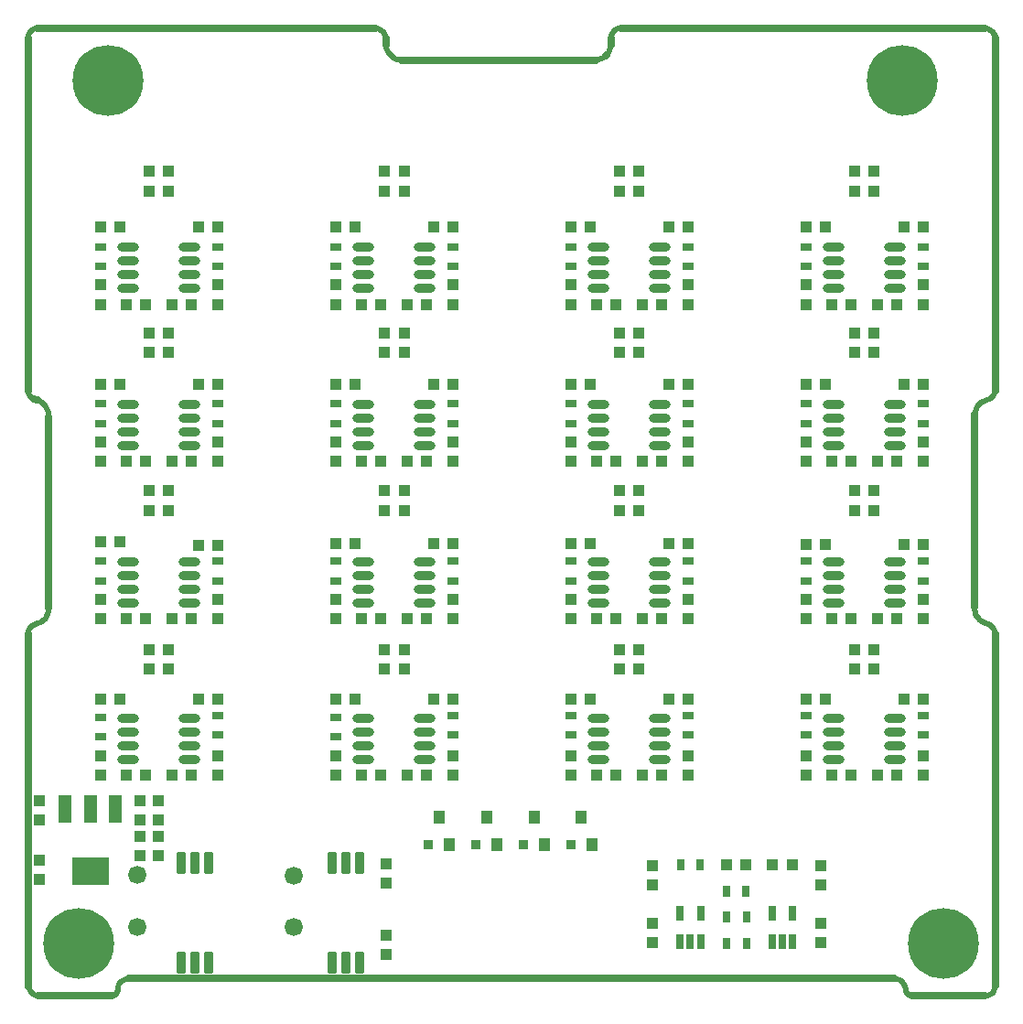
<source format=gbr>
G04*
G04 #@! TF.GenerationSoftware,Altium Limited,Altium Designer,24.1.2 (44)*
G04*
G04 Layer_Color=16711935*
%FSLAX44Y44*%
%MOMM*%
G71*
G04*
G04 #@! TF.SameCoordinates,FF60899B-E9A6-4C8F-AFAD-FD19F3B54CA5*
G04*
G04*
G04 #@! TF.FilePolarity,Negative*
G04*
G01*
G75*
%ADD17C,0.5000*%
%ADD27R,1.1032X1.0032*%
%ADD28R,0.8032X1.1032*%
%ADD29R,1.0032X1.1032*%
%ADD30R,1.1032X0.8032*%
%ADD32O,2.0032X0.8032*%
%ADD35C,0.7032*%
%ADD36C,1.6812*%
%ADD37C,6.5532*%
%ADD38C,1.7272*%
%ADD60R,0.9000X0.9500*%
%ADD68R,1.1032X1.1532*%
G04:AMPARAMS|DCode=69|XSize=2.1032mm|YSize=0.8032mm|CornerRadius=0.1766mm|HoleSize=0mm|Usage=FLASHONLY|Rotation=90.000|XOffset=0mm|YOffset=0mm|HoleType=Round|Shape=RoundedRectangle|*
%AMROUNDEDRECTD69*
21,1,2.1032,0.4500,0,0,90.0*
21,1,1.7500,0.8032,0,0,90.0*
1,1,0.3532,0.2250,0.8750*
1,1,0.3532,0.2250,-0.8750*
1,1,0.3532,-0.2250,-0.8750*
1,1,0.3532,-0.2250,0.8750*
%
%ADD69ROUNDEDRECTD69*%
%ADD70R,3.5032X2.6032*%
%ADD71R,1.2032X2.6032*%
%ADD72R,0.7724X1.3724*%
D17*
X551118Y897500D02*
X548732Y897186D01*
X546509Y896265D01*
X544600Y894800D01*
X889655Y553558D02*
X892332Y554464D01*
X894617Y556129D01*
X896300Y558400D01*
X331161Y894484D02*
X329028Y896120D01*
X326544Y897149D01*
X323879Y897500D01*
X897500Y337177D02*
X897167Y339703D01*
X896192Y342058D01*
X894641Y344080D01*
X7596Y345622D02*
X5741Y344308D01*
X4900Y5600D02*
X7092Y3918D01*
X9645Y2861D01*
X12384Y2500D01*
X890200Y553700D02*
X887351Y552827D01*
X884680Y551507D01*
X888102Y347176D02*
X891012Y346242D01*
X11436Y897500D02*
X9226Y897209D01*
X7168Y896356D01*
X5400Y895000D01*
X814500Y8253D02*
X814951Y5987D01*
X816235Y4065D01*
X14719Y348360D02*
X16734Y349771D01*
X18473Y351511D01*
X19884Y353526D01*
X20924Y355755D01*
X21560Y358131D01*
X21775Y360582D01*
X11389Y346841D02*
X7964Y345774D01*
X544600Y894800D02*
X543081Y892820D01*
X542126Y890514D01*
X541800Y888040D01*
X896252Y558235D02*
X897258Y560315D01*
X897600Y562600D01*
X882720Y350429D02*
X885220Y348486D01*
X888102Y347176D01*
X816235Y4065D02*
X818079Y2833D01*
X820255Y2400D01*
X5741Y344308D02*
X4035Y342084D01*
X2964Y339494D01*
X2600Y336715D01*
X95791Y18400D02*
X93172Y18055D01*
X90732Y17045D01*
X88637Y15437D01*
X537931Y872959D02*
X539574Y874961D01*
X540794Y877245D01*
X541546Y879723D01*
X541800Y882300D01*
X878354Y540657D02*
X878300Y539939D01*
X333600Y882498D02*
X333869Y879767D01*
X334665Y877141D01*
X335959Y874721D01*
X337700Y872600D01*
X879462Y355123D02*
X880530Y352932D01*
X882059Y351034D01*
X18917Y547489D02*
X17372Y549529D01*
X15468Y551239D01*
X13274Y552556D01*
X10870Y553433D01*
X811633Y15174D02*
X809344Y16925D01*
X806680Y18025D01*
X803823Y18400D01*
X895000Y894500D02*
X892879Y896128D01*
X890408Y897151D01*
X887757Y897500D01*
X880790Y547612D02*
X879691Y545401D01*
X878875Y543071D01*
X878354Y540657D01*
X21700Y537611D02*
X21528Y540202D01*
X20998Y542744D01*
X20123Y545189D01*
X18917Y547489D01*
X88637Y15437D02*
X86925Y13206D01*
X85849Y10608D01*
X85482Y7819D01*
X83952Y4128D02*
X85084Y5821D01*
X85482Y7819D01*
X885071Y551762D02*
X882761Y549861D01*
X880790Y547612D01*
X337700Y872600D02*
X339492Y871069D01*
X341502Y869837D01*
X343680Y868935D01*
X345973Y868385D01*
X348323Y868200D01*
X878300Y362200D02*
X878317Y359790D01*
X878707Y357412D01*
X879462Y355123D01*
X811642Y15166D02*
X811633Y15174D01*
X814500Y8253D02*
X814167Y10783D01*
X813193Y13140D01*
X811642Y15166D01*
X80023Y2500D02*
X82149Y2923D01*
X83952Y4128D01*
X527536Y868200D02*
X530191Y868461D01*
X532743Y869236D01*
X535095Y870493D01*
X537157Y872185D01*
X333600Y888596D02*
X333316Y890751D01*
X332484Y892759D01*
X331161Y894484D01*
X894641Y344080D02*
X892961Y345387D01*
X891012Y346242D01*
X2600Y561842D02*
X3167Y559509D01*
X4279Y557381D01*
X5868Y555583D01*
X7844Y554219D01*
X2600Y11153D02*
X3198Y8148D01*
X4900Y5600D01*
X897600Y888223D02*
X897298Y890520D01*
X896411Y892662D01*
X895000Y894500D01*
X5400Y895000D02*
X3885Y893027D01*
X2930Y890729D01*
X2600Y888263D01*
X894800Y5300D02*
X896265Y7209D01*
X897186Y9433D01*
X897500Y11818D01*
X887799Y2400D02*
X890361Y2737D01*
X892749Y3726D01*
X894800Y5300D01*
X11389Y346841D02*
X14719Y348360D01*
D27*
X522442Y277200D02*
D03*
X504441D02*
D03*
X504440Y568192D02*
D03*
X522440D02*
D03*
X286840D02*
D03*
X304840D02*
D03*
X377561D02*
D03*
X395561D02*
D03*
X722040Y713700D02*
D03*
X740040D02*
D03*
X830761D02*
D03*
X812761D02*
D03*
X595161D02*
D03*
X613161D02*
D03*
X504440D02*
D03*
X522440D02*
D03*
X546681Y206300D02*
D03*
X528681D02*
D03*
X830762Y277200D02*
D03*
X812763D02*
D03*
X806521Y206300D02*
D03*
X788521D02*
D03*
X746281D02*
D03*
X764281D02*
D03*
X740040Y277200D02*
D03*
X722040D02*
D03*
X830761Y420300D02*
D03*
X812761D02*
D03*
X740040D02*
D03*
X722040D02*
D03*
X746281Y351200D02*
D03*
X764281D02*
D03*
X806521D02*
D03*
X788521D02*
D03*
X740040Y568192D02*
D03*
X722040D02*
D03*
X746281Y496700D02*
D03*
X764281D02*
D03*
X806521D02*
D03*
X788521D02*
D03*
X830761Y568192D02*
D03*
X812761D02*
D03*
X746281Y642200D02*
D03*
X764281D02*
D03*
X806521D02*
D03*
X788521D02*
D03*
X588921Y206300D02*
D03*
X570921D02*
D03*
X613162Y277200D02*
D03*
X595163D02*
D03*
X522440Y421200D02*
D03*
X504440D02*
D03*
X528681Y351200D02*
D03*
X546681D02*
D03*
X588921D02*
D03*
X570921D02*
D03*
X613161Y421200D02*
D03*
X595161D02*
D03*
X528681Y496700D02*
D03*
X546681D02*
D03*
X588921D02*
D03*
X570921D02*
D03*
X613161Y568192D02*
D03*
X595161D02*
D03*
X528681Y642200D02*
D03*
X546681D02*
D03*
X588921D02*
D03*
X570921D02*
D03*
X304840Y277200D02*
D03*
X286840D02*
D03*
X311081Y206300D02*
D03*
X329081D02*
D03*
X371321D02*
D03*
X353321D02*
D03*
X395563Y277200D02*
D03*
X377562D02*
D03*
X304840Y421200D02*
D03*
X286840D02*
D03*
X311081Y351200D02*
D03*
X329081D02*
D03*
X371321D02*
D03*
X353321D02*
D03*
X395561Y421200D02*
D03*
X377561D02*
D03*
X311081Y496700D02*
D03*
X329081D02*
D03*
X371321D02*
D03*
X353321D02*
D03*
X304840Y713700D02*
D03*
X286840D02*
D03*
X311081Y642200D02*
D03*
X329081D02*
D03*
X371321D02*
D03*
X353321D02*
D03*
X395561Y713700D02*
D03*
X377561D02*
D03*
X709501Y123542D02*
D03*
X691501D02*
D03*
X666899D02*
D03*
X648899D02*
D03*
X177963Y277200D02*
D03*
X159963D02*
D03*
X93481Y206300D02*
D03*
X111481D02*
D03*
X153721D02*
D03*
X135721D02*
D03*
X69242Y277200D02*
D03*
X87242D02*
D03*
X177961Y418800D02*
D03*
X159961D02*
D03*
X153721Y351200D02*
D03*
X135721D02*
D03*
X93481D02*
D03*
X111481D02*
D03*
X87242Y422692D02*
D03*
X69242D02*
D03*
X177961Y568192D02*
D03*
X159961D02*
D03*
X177961Y713700D02*
D03*
X159961D02*
D03*
X87240Y568192D02*
D03*
X69240D02*
D03*
X153721Y496700D02*
D03*
X135721D02*
D03*
X93481D02*
D03*
X111481D02*
D03*
X153721Y642200D02*
D03*
X135721D02*
D03*
X93481D02*
D03*
X111481D02*
D03*
X87240Y713700D02*
D03*
X69240D02*
D03*
D28*
X667168Y50749D02*
D03*
X649009Y50750D02*
D03*
X667168Y75015D02*
D03*
X649009Y75017D02*
D03*
X648630Y99284D02*
D03*
X666789Y99283D02*
D03*
X606411Y123550D02*
D03*
X624570Y123549D02*
D03*
D29*
X504440Y642200D02*
D03*
Y660200D02*
D03*
X613161Y642200D02*
D03*
Y660200D02*
D03*
X177961Y206300D02*
D03*
Y224300D02*
D03*
X830761D02*
D03*
Y206300D02*
D03*
X722040Y224300D02*
D03*
Y206300D02*
D03*
X767200Y323000D02*
D03*
Y305000D02*
D03*
X785054D02*
D03*
Y323000D02*
D03*
X722040Y369200D02*
D03*
Y351200D02*
D03*
X830761Y369200D02*
D03*
Y351200D02*
D03*
X722040Y514700D02*
D03*
Y496700D02*
D03*
X767200Y451700D02*
D03*
Y469700D02*
D03*
X785054D02*
D03*
Y451700D02*
D03*
X830761Y514700D02*
D03*
Y496700D02*
D03*
X722040Y660200D02*
D03*
Y642200D02*
D03*
X785054Y597873D02*
D03*
Y615873D02*
D03*
X767200D02*
D03*
Y597873D02*
D03*
X830761Y660200D02*
D03*
Y642200D02*
D03*
X785054Y747173D02*
D03*
Y765173D02*
D03*
X767200D02*
D03*
Y747173D02*
D03*
X504440Y224300D02*
D03*
Y206300D02*
D03*
X613161Y224300D02*
D03*
Y206300D02*
D03*
X504440Y369200D02*
D03*
Y351200D02*
D03*
X550100Y323000D02*
D03*
Y305000D02*
D03*
X567800D02*
D03*
Y323000D02*
D03*
X613161Y369200D02*
D03*
Y351200D02*
D03*
X504440Y514700D02*
D03*
Y496700D02*
D03*
X567800Y469700D02*
D03*
Y451700D02*
D03*
X550100Y469700D02*
D03*
Y451700D02*
D03*
X613161Y514700D02*
D03*
Y496700D02*
D03*
X550100Y615873D02*
D03*
Y597873D02*
D03*
X567800D02*
D03*
Y615873D02*
D03*
Y747173D02*
D03*
Y765173D02*
D03*
X550100D02*
D03*
Y747173D02*
D03*
X286840Y224300D02*
D03*
Y206300D02*
D03*
X395561Y224300D02*
D03*
Y206300D02*
D03*
X350400Y305000D02*
D03*
Y323000D02*
D03*
X332200D02*
D03*
Y305000D02*
D03*
X286840Y369200D02*
D03*
Y351200D02*
D03*
X395561Y369200D02*
D03*
Y351200D02*
D03*
X332200Y451700D02*
D03*
Y469700D02*
D03*
X350400D02*
D03*
Y451700D02*
D03*
X286840Y514700D02*
D03*
Y496700D02*
D03*
X395561Y514700D02*
D03*
Y496700D02*
D03*
X350400Y597873D02*
D03*
Y615873D02*
D03*
X286840Y660200D02*
D03*
Y642200D02*
D03*
X332200Y615873D02*
D03*
Y597873D02*
D03*
X395561Y660200D02*
D03*
Y642200D02*
D03*
X332200Y765173D02*
D03*
Y747173D02*
D03*
X350400D02*
D03*
Y765173D02*
D03*
X736100Y51283D02*
D03*
Y69283D02*
D03*
Y105017D02*
D03*
Y123017D02*
D03*
X579900Y105017D02*
D03*
Y123017D02*
D03*
X333700Y40800D02*
D03*
Y58800D02*
D03*
Y124300D02*
D03*
Y106300D02*
D03*
X12800Y165000D02*
D03*
Y183000D02*
D03*
Y110000D02*
D03*
Y128000D02*
D03*
X106000Y132200D02*
D03*
Y150200D02*
D03*
X123100D02*
D03*
Y132200D02*
D03*
X106000Y183000D02*
D03*
Y165000D02*
D03*
X123100Y183000D02*
D03*
Y165000D02*
D03*
X69240Y206300D02*
D03*
Y224300D02*
D03*
X177961Y369200D02*
D03*
Y351200D02*
D03*
X132300Y305000D02*
D03*
Y323000D02*
D03*
X114500D02*
D03*
Y305000D02*
D03*
X69240Y369200D02*
D03*
Y351200D02*
D03*
X132300Y469700D02*
D03*
Y451700D02*
D03*
X114500D02*
D03*
Y469700D02*
D03*
X177961Y514700D02*
D03*
Y496700D02*
D03*
X69240Y514700D02*
D03*
Y496700D02*
D03*
X114500Y615873D02*
D03*
Y597873D02*
D03*
X132300D02*
D03*
Y615873D02*
D03*
X177961Y660200D02*
D03*
Y642200D02*
D03*
X69240Y660200D02*
D03*
Y642200D02*
D03*
X114500Y765173D02*
D03*
Y747173D02*
D03*
X132300D02*
D03*
Y765173D02*
D03*
X579900Y69283D02*
D03*
Y51283D02*
D03*
D30*
X504441Y261868D02*
D03*
X504440Y243709D02*
D03*
X504441Y695482D02*
D03*
X504440Y677323D02*
D03*
X613162Y695482D02*
D03*
X613161Y677323D02*
D03*
X286842Y404615D02*
D03*
X286840Y386456D02*
D03*
X830761Y243709D02*
D03*
X830762Y261868D02*
D03*
X722040Y243709D02*
D03*
X722041Y261868D02*
D03*
X722040Y386456D02*
D03*
X722041Y404615D02*
D03*
X830761Y386456D02*
D03*
X830762Y404615D02*
D03*
X722040Y531823D02*
D03*
X722041Y549982D02*
D03*
X830761Y531823D02*
D03*
X830762Y549982D02*
D03*
X722040Y677323D02*
D03*
X722041Y695482D02*
D03*
X830761Y677323D02*
D03*
X830762Y695482D02*
D03*
X613161Y243709D02*
D03*
X613162Y261868D02*
D03*
X504440Y386456D02*
D03*
X504441Y404615D02*
D03*
X613161Y386456D02*
D03*
X613162Y404615D02*
D03*
X504440Y531823D02*
D03*
X504441Y549982D02*
D03*
X613161Y531823D02*
D03*
X613162Y549982D02*
D03*
X286840Y241909D02*
D03*
X286842Y260068D02*
D03*
X395561Y243709D02*
D03*
X395563Y261868D02*
D03*
X395561Y386456D02*
D03*
X395563Y404615D02*
D03*
X286840Y531823D02*
D03*
X286842Y549982D02*
D03*
X395561Y531823D02*
D03*
X395563Y549982D02*
D03*
X286840Y677323D02*
D03*
X286842Y695482D02*
D03*
X395561Y677323D02*
D03*
X395563Y695482D02*
D03*
X177961Y243709D02*
D03*
X177963Y261868D02*
D03*
X69240Y241909D02*
D03*
X69242Y260068D02*
D03*
X177961Y386456D02*
D03*
X177963Y404615D02*
D03*
X69240Y386456D02*
D03*
X69242Y404615D02*
D03*
X177961Y531823D02*
D03*
X177963Y549982D02*
D03*
X177961Y677323D02*
D03*
X177963Y695482D02*
D03*
X69240Y531823D02*
D03*
X69242Y549982D02*
D03*
X69240Y677323D02*
D03*
X69242Y695482D02*
D03*
D32*
X804650Y259382D02*
D03*
Y246682D02*
D03*
Y233982D02*
D03*
Y221282D02*
D03*
X748150Y259382D02*
D03*
Y246682D02*
D03*
Y233982D02*
D03*
Y221282D02*
D03*
X804650Y404289D02*
D03*
Y391589D02*
D03*
Y378889D02*
D03*
Y366189D02*
D03*
X748150Y404289D02*
D03*
Y391589D02*
D03*
Y378889D02*
D03*
Y366189D02*
D03*
X804650Y549756D02*
D03*
Y537056D02*
D03*
Y524356D02*
D03*
Y511656D02*
D03*
X748150Y549756D02*
D03*
Y537056D02*
D03*
Y524356D02*
D03*
Y511656D02*
D03*
Y657122D02*
D03*
Y669822D02*
D03*
Y682522D02*
D03*
Y695222D02*
D03*
X804650Y657122D02*
D03*
Y669822D02*
D03*
Y682522D02*
D03*
Y695222D02*
D03*
X587050Y259382D02*
D03*
Y246682D02*
D03*
Y233982D02*
D03*
Y221282D02*
D03*
X530550Y259382D02*
D03*
Y246682D02*
D03*
Y233982D02*
D03*
Y221282D02*
D03*
X587050Y404289D02*
D03*
Y391589D02*
D03*
Y378889D02*
D03*
Y366189D02*
D03*
X530550Y404289D02*
D03*
Y391589D02*
D03*
Y378889D02*
D03*
Y366189D02*
D03*
X587050Y549756D02*
D03*
Y537056D02*
D03*
Y524356D02*
D03*
Y511656D02*
D03*
X530550Y549756D02*
D03*
Y537056D02*
D03*
Y524356D02*
D03*
Y511656D02*
D03*
X587050Y695222D02*
D03*
Y682522D02*
D03*
Y669822D02*
D03*
Y657122D02*
D03*
X530550Y695222D02*
D03*
Y682522D02*
D03*
Y669822D02*
D03*
Y657122D02*
D03*
X369450Y259382D02*
D03*
Y246682D02*
D03*
Y233982D02*
D03*
Y221282D02*
D03*
X312950Y259382D02*
D03*
Y246682D02*
D03*
Y233982D02*
D03*
Y221282D02*
D03*
X369450Y404289D02*
D03*
Y391589D02*
D03*
Y378889D02*
D03*
Y366189D02*
D03*
X312950Y404289D02*
D03*
Y391589D02*
D03*
Y378889D02*
D03*
Y366189D02*
D03*
X369450Y549756D02*
D03*
Y537056D02*
D03*
Y524356D02*
D03*
Y511656D02*
D03*
X312950Y549756D02*
D03*
Y537056D02*
D03*
Y524356D02*
D03*
Y511656D02*
D03*
X369450Y695222D02*
D03*
Y682522D02*
D03*
Y669822D02*
D03*
Y657122D02*
D03*
X312950Y695222D02*
D03*
Y682522D02*
D03*
Y669822D02*
D03*
Y657122D02*
D03*
X151850Y259382D02*
D03*
Y246682D02*
D03*
Y233982D02*
D03*
Y221282D02*
D03*
X95350Y259382D02*
D03*
Y246682D02*
D03*
Y233982D02*
D03*
Y221282D02*
D03*
X151850Y404289D02*
D03*
Y391589D02*
D03*
Y378889D02*
D03*
Y366189D02*
D03*
X95350Y404289D02*
D03*
Y391589D02*
D03*
Y378889D02*
D03*
Y366189D02*
D03*
X151850Y549756D02*
D03*
Y537056D02*
D03*
Y524356D02*
D03*
Y511656D02*
D03*
X95350Y549756D02*
D03*
Y537056D02*
D03*
Y524356D02*
D03*
Y511656D02*
D03*
X151850Y695222D02*
D03*
Y682522D02*
D03*
Y669822D02*
D03*
Y657122D02*
D03*
X95350Y695222D02*
D03*
Y682522D02*
D03*
Y669822D02*
D03*
Y657122D02*
D03*
D35*
X11436Y897500D02*
X323879D01*
X551118D02*
X887757D01*
X95791Y18400D02*
X803823D01*
X2600Y336715D02*
X2600Y11153D01*
X541800Y882300D02*
Y888040D01*
X537157Y872185D02*
X537931Y872959D01*
X7844Y554219D02*
X10846Y553440D01*
X12384Y2500D02*
X80023D01*
X878300Y362200D02*
Y539923D01*
X21700Y537611D02*
X21700Y362270D01*
X333600Y882498D02*
Y888596D01*
X897500Y11818D02*
Y337177D01*
X348323Y868200D02*
X527536D01*
X10846Y553440D02*
X10870Y553433D01*
X897600Y562600D02*
X897600Y888223D01*
X2600Y561842D02*
Y888263D01*
X820255Y2400D02*
X887799D01*
X878300Y539939D02*
X878300Y539923D01*
X21700Y362270D02*
X21751Y361407D01*
D36*
X103500Y114000D02*
D03*
Y66200D02*
D03*
X248500Y113800D02*
D03*
Y66200D02*
D03*
D37*
X849200Y50800D02*
D03*
X49100D02*
D03*
X811100Y849200D02*
D03*
X76200D02*
D03*
D38*
X849200Y27940D02*
D03*
X872060Y50800D02*
D03*
X849200Y73660D02*
D03*
X826340Y50800D02*
D03*
X833036Y34636D02*
D03*
X865365D02*
D03*
Y66965D02*
D03*
X833036D02*
D03*
X49100Y27940D02*
D03*
X71960Y50800D02*
D03*
X49100Y73660D02*
D03*
X26240Y50800D02*
D03*
X32936Y34636D02*
D03*
X65265D02*
D03*
Y66965D02*
D03*
X32936D02*
D03*
X811100Y826340D02*
D03*
X833960Y849200D02*
D03*
X811100Y872060D02*
D03*
X788240Y849200D02*
D03*
X794936Y833036D02*
D03*
X827264D02*
D03*
Y865365D02*
D03*
X794936D02*
D03*
X76200Y826340D02*
D03*
X99060Y849200D02*
D03*
X76200Y872060D02*
D03*
X53340Y849200D02*
D03*
X60036Y833036D02*
D03*
X92365D02*
D03*
Y865365D02*
D03*
X60036D02*
D03*
D60*
X505061Y142600D02*
D03*
X373061D02*
D03*
X461061D02*
D03*
X417061D02*
D03*
D68*
X514561Y167600D02*
D03*
X524061Y142600D02*
D03*
X392061D02*
D03*
X382561Y167600D02*
D03*
X470561D02*
D03*
X480061Y142600D02*
D03*
X436061D02*
D03*
X426561Y167600D02*
D03*
D69*
X309150Y125050D02*
D03*
X296450D02*
D03*
X283750D02*
D03*
X169450D02*
D03*
X156750D02*
D03*
X144050D02*
D03*
Y32950D02*
D03*
X156750D02*
D03*
X169450D02*
D03*
X283750D02*
D03*
X296450D02*
D03*
X309150D02*
D03*
D70*
X60000Y117600D02*
D03*
D71*
X83000Y175600D02*
D03*
X60000D02*
D03*
X37000D02*
D03*
D72*
X710026Y79010D02*
D03*
X691026Y52810D02*
D03*
X710026D02*
D03*
X700526D02*
D03*
X690976Y79010D02*
D03*
X624826D02*
D03*
X605826Y52810D02*
D03*
X624826D02*
D03*
X615326D02*
D03*
X605776Y79010D02*
D03*
M02*

</source>
